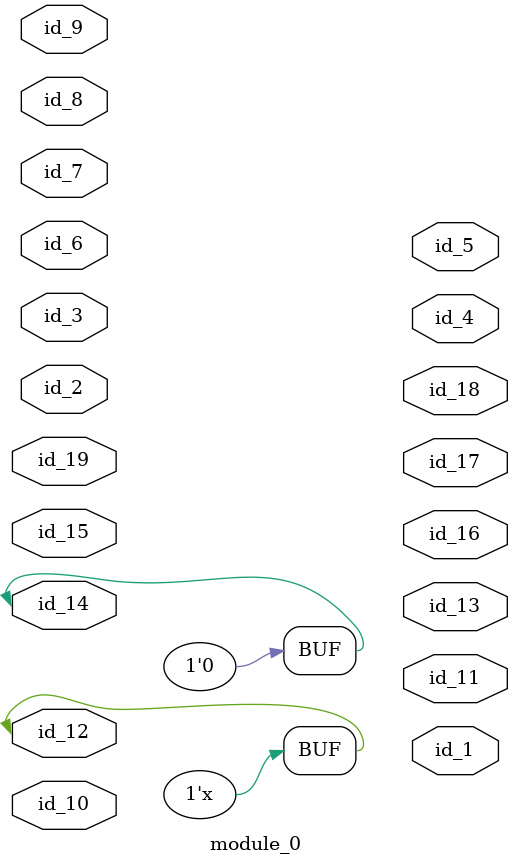
<source format=v>
module module_0 (
    id_1,
    id_2,
    id_3,
    id_4,
    id_5,
    id_6,
    id_7,
    id_8,
    id_9,
    id_10,
    id_11,
    id_12,
    id_13,
    id_14,
    id_15,
    id_16,
    id_17,
    id_18,
    id_19
);
  inout id_19;
  output id_18;
  output id_17;
  output id_16;
  input id_15;
  inout id_14;
  output id_13;
  inout id_12;
  output id_11;
  inout id_10;
  input id_9;
  input id_8;
  input id_7;
  inout id_6;
  output id_5;
  output id_4;
  inout id_3;
  inout id_2;
  output id_1;
  assign id_12 = id_15 - id_2[1];
  assign id_14 = 1'b0;
endmodule

</source>
